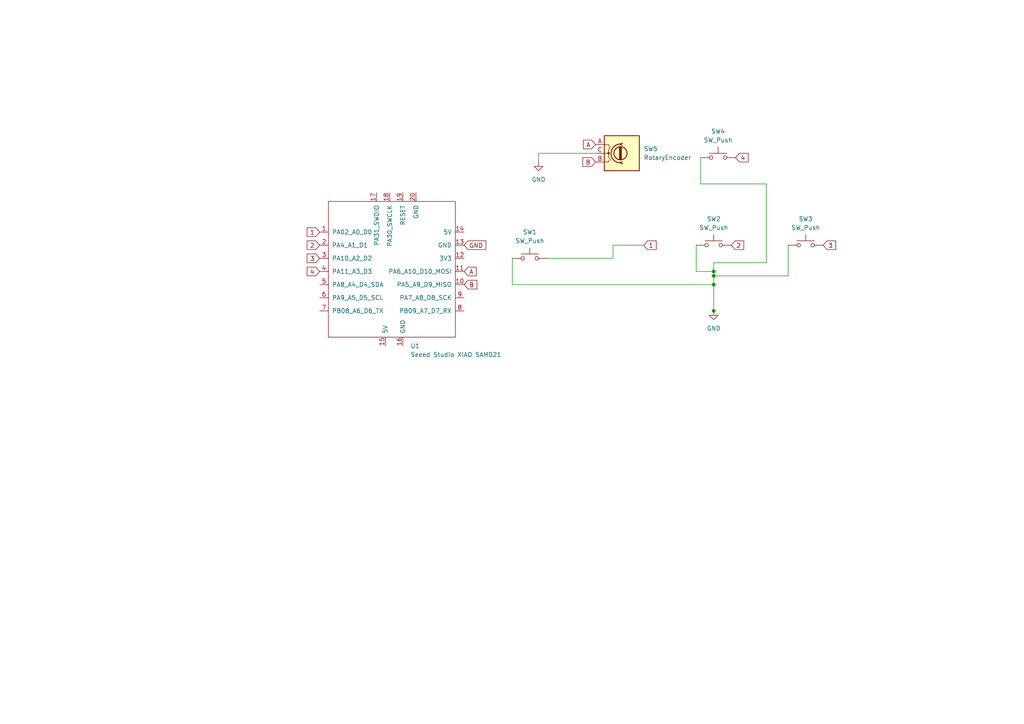
<source format=kicad_sch>
(kicad_sch (version 20231120) (generator "eeschema") (generator_version "8.0")
  (paper "A4")
  (lib_symbols
    (symbol "Device:RotaryEncoder" (pin_names (offset 0.254) hide)
      (property "Reference" "SW" (at 0 6.604 0))
      (property "Value" "RotaryEncoder" (at 0 -6.604 0))
      (symbol "RotaryEncoder_0_1"
        (rectangle (start -5.08 5.08) (end 5.08 -5.08) (stroke (width 0.254)) (fill (type background)))
        (circle (center -3.81 0) (radius 0.254) (fill (type outline)))
        (circle (center -0.381 0) (radius 1.905) (stroke (width 0.254)))
        (arc (start -0.381 2.667) (mid -3.0988 -0.0635) (end -0.381 -2.794) (stroke (width 0.254)))
        (polyline (pts (xy -0.635 -1.778) (xy -0.635 1.778)) (stroke (width 0.254)))
        (polyline (pts (xy -0.381 -1.778) (xy -0.381 1.778)) (stroke (width 0.254)))
        (polyline (pts (xy -0.127 1.778) (xy -0.127 -1.778)) (stroke (width 0.254)))
        (polyline (pts (xy -5.08 -2.54) (xy -3.81 -2.54) (xy -3.81 -2.032)))
        (polyline (pts (xy -5.08 2.54) (xy -3.81 2.54) (xy -3.81 2.032)))
        (polyline (pts (xy 0.254 -3.048) (xy -0.508 -2.794) (xy 0.127 -2.413)) (stroke (width 0.254)))
        (polyline (pts (xy 0.254 2.921) (xy -0.508 2.667) (xy 0.127 2.286)) (stroke (width 0.254)))
        (polyline (pts (xy -5.08 0) (xy -3.81 0) (xy -3.81 -1.016) (xy -3.302 -2.032)))
        (polyline (pts (xy -4.318 0) (xy -3.81 0) (xy -3.81 1.016) (xy -3.302 2.032)))
      )
      (symbol "RotaryEncoder_1_1"
        (pin passive line (at -7.62 2.54 0) (length 2.54) (name "A") (number "A"))
        (pin passive line (at -7.62 -2.54 0) (length 2.54) (name "B") (number "B"))
        (pin passive line (at -7.62 0 0) (length 2.54) (name "C") (number "C"))
      )
    )
    (symbol "Seeed_Studio_XIAO_Series:Seeed Studio XIAO SAMD21" (pin_names (offset 1.016))
      (property "Reference" "U" (at -19.05 22.86 0))
      (property "Value" "Seeed Studio XIAO SAMD21" (at -12.7 21.59 0))
      (symbol "Seeed Studio XIAO SAMD21_0_1"
        (rectangle (start -19.05 20.32) (end 17.78 -19.05))
      )
      (symbol "Seeed Studio XIAO SAMD21_1_1"
        (pin unspecified line (at -21.59 11.43 0) (length 2.54) (name "PA02_A0_D0") (number "1"))
        (pin unspecified line (at 20.32 -3.81 180) (length 2.54) (name "PA5_A9_D9_MISO") (number "10"))
        (pin unspecified line (at 20.32 0 180) (length 2.54) (name "PA6_A10_D10_MOSI") (number "11"))
        (pin unspecified line (at 20.32 3.81 180) (length 2.54) (name "3V3") (number "12"))
        (pin unspecified line (at 20.32 7.62 180) (length 2.54) (name "GND") (number "13"))
        (pin unspecified line (at 20.32 11.43 180) (length 2.54) (name "5V") (number "14"))
        (pin input line (at -2.54 -21.59 90) (length 2.54) (name "5V") (number "15"))
        (pin input line (at 2.54 -21.59 90) (length 2.54) (name "GND") (number "16"))
        (pin input line (at -5.08 22.86 270) (length 2.54) (name "PA31_SWDIO") (number "17"))
        (pin input line (at -1.27 22.86 270) (length 2.54) (name "PA30_SWCLK") (number "18"))
        (pin input line (at 2.54 22.86 270) (length 2.54) (name "RESET") (number "19"))
        (pin unspecified line (at -21.59 7.62 0) (length 2.54) (name "PA4_A1_D1") (number "2"))
        (pin input line (at 6.35 22.86 270) (length 2.54) (name "GND") (number "20"))
        (pin unspecified line (at -21.59 3.81 0) (length 2.54) (name "PA10_A2_D2") (number "3"))
        (pin unspecified line (at -21.59 0 0) (length 2.54) (name "PA11_A3_D3") (number "4"))
        (pin unspecified line (at -21.59 -3.81 0) (length 2.54) (name "PA8_A4_D4_SDA") (number "5"))
        (pin unspecified line (at -21.59 -7.62 0) (length 2.54) (name "PA9_A5_D5_SCL") (number "6"))
        (pin unspecified line (at -21.59 -11.43 0) (length 2.54) (name "PB08_A6_D6_TX") (number "7"))
        (pin unspecified line (at 20.32 -11.43 180) (length 2.54) (name "PB09_A7_D7_RX") (number "8"))
        (pin unspecified line (at 20.32 -7.62 180) (length 2.54) (name "PA7_A8_D8_SCK") (number "9"))
      )
    )
    (symbol "Switch:SW_Push" (pin_numbers hide) (pin_names (offset 1.016) hide)
      (property "Reference" "SW" (at 1.27 2.54 0))
      (property "Value" "SW_Push" (at 0 -1.524 0))
      (symbol "SW_Push_0_1"
        (circle (center -2.032 0) (radius 0.508))
        (polyline (pts (xy 0 1.27) (xy 0 3.048)))
        (polyline (pts (xy 2.54 1.27) (xy -2.54 1.27)))
        (circle (center 2.032 0) (radius 0.508))
        (pin passive line (at -5.08 0 0) (length 2.54) (name "1") (number "1"))
        (pin passive line (at 5.08 0 180) (length 2.54) (name "2") (number "2"))
      )
    )
    (symbol "power:GND" (power) (pin_numbers hide) (pin_names (offset 0) hide)
      (property "Value" "GND" (at 0 -3.81 0))
      (symbol "GND_0_1"
        (polyline (pts (xy 0 0) (xy 0 -1.27) (xy 1.27 -1.27) (xy 0 -2.54) (xy -1.27 -1.27) (xy 0 -1.27)))
      )
      (symbol "GND_1_1"
        (pin power_in line (at 0 0 270) (length 0) (name "~") (number "1"))
      )
    )
  )
  (junction (at 207.01 90.17))
  (junction (at 207.01 78.74))
  (junction (at 207.01 82.55))
  (junction (at 207.01 80.01))
  (wire (pts (xy 177.8 71.12) (xy 186.69 71.12)))
  (wire (pts (xy 177.8 74.93) (xy 177.8 71.12)))
  (wire (pts (xy 207.01 76.2) (xy 222.25 76.2)))
  (wire (pts (xy 228.6 80.01) (xy 228.6 71.12)))
  (wire (pts (xy 207.01 78.74) (xy 207.01 80.01)))
  (wire (pts (xy 207.01 82.55) (xy 148.59 82.55)))
  (wire (pts (xy 148.59 82.55) (xy 148.59 74.93)))
  (wire (pts (xy 222.25 76.2) (xy 222.25 53.34)))
  (wire (pts (xy 156.21 44.45) (xy 172.72 44.45)))
  (wire (pts (xy 207.01 78.74) (xy 201.93 78.74)))
  (wire (pts (xy 222.25 53.34) (xy 203.2 53.34)))
  (wire (pts (xy 207.01 80.01) (xy 228.6 80.01)))
  (wire (pts (xy 201.93 78.74) (xy 201.93 71.12)))
  (wire (pts (xy 207.01 82.55) (xy 207.01 90.17)))
  (wire (pts (xy 207.01 82.55) (xy 207.01 80.01)))
  (wire (pts (xy 158.75 74.93) (xy 177.8 74.93)))
  (wire (pts (xy 207.01 76.2) (xy 207.01 78.74)))
  (wire (pts (xy 207.01 90.17) (xy 207.01 91.44)))
  (wire (pts (xy 203.2 53.34) (xy 203.2 45.72)))
  (wire (pts (xy 156.21 46.99) (xy 156.21 44.45)))
  (global_label "B" (shape input) (at 172.72 46.99 180) (property "Intersheetrefs" "${INTERSHEET_REFS}" (effects (hide yes))))
  (global_label "1" (shape input) (at 92.71 67.31 180) (property "Intersheetrefs" "${INTERSHEET_REFS}" (effects (hide yes))))
  (global_label "GND" (shape input) (at 134.62 71.12 0) (property "Intersheetrefs" "${INTERSHEET_REFS}" (effects (hide yes))))
  (global_label "1" (shape input) (at 186.69 71.12 0) (property "Intersheetrefs" "${INTERSHEET_REFS}" (effects (hide yes))))
  (global_label "2" (shape input) (at 212.09 71.12 0) (property "Intersheetrefs" "${INTERSHEET_REFS}" (effects (hide yes))))
  (global_label "3" (shape input) (at 92.71 74.93 180) (property "Intersheetrefs" "${INTERSHEET_REFS}" (effects (hide yes))))
  (global_label "B" (shape input) (at 134.62 82.55 0) (property "Intersheetrefs" "${INTERSHEET_REFS}" (effects (hide yes))))
  (global_label "3" (shape input) (at 238.76 71.12 0) (property "Intersheetrefs" "${INTERSHEET_REFS}" (effects (hide yes))))
  (global_label "A" (shape input) (at 172.72 41.91 180) (property "Intersheetrefs" "${INTERSHEET_REFS}" (effects (hide yes))))
  (global_label "4" (shape input) (at 213.36 45.72 0) (property "Intersheetrefs" "${INTERSHEET_REFS}" (effects (hide yes))))
  (global_label "2" (shape input) (at 92.71 71.12 180) (property "Intersheetrefs" "${INTERSHEET_REFS}" (effects (hide yes))))
  (global_label "4" (shape input) (at 92.71 78.74 180) (property "Intersheetrefs" "${INTERSHEET_REFS}" (effects (hide yes))))
  (global_label "A" (shape input) (at 134.62 78.74 0) (property "Intersheetrefs" "${INTERSHEET_REFS}" (effects (hide yes))))
  (symbol (lib_id "Switch:SW_Push") (at 208.28 45.72 0) (unit 1)
    (property "Reference" "SW4" (at 208.28 38.1 0))
    (property "Value" "SW_Push" (at 208.28 40.64 0))
    (property "Footprint" "Button_Switch_Keyboard:SW_Cherry_MX_1.00u_PCB" (effects (hide yes)))
    (property "Description" "Push button switch, generic, two pins" (effects (hide yes)))
  )
  (symbol (lib_id "power:GND") (at 207.01 90.17 0) (unit 1)
    (property "Reference" "#PWR01" (effects (hide yes)))
    (property "Value" "GND" (at 207.01 95.25 0))
    (property "Description" "Power symbol creates a global label with name \"GND\" , ground" (effects (hide yes)))
  )
  (symbol (lib_id "Seeed_Studio_XIAO_Series:Seeed Studio XIAO SAMD21") (at 114.3 78.74 0) (unit 1)
    (property "Reference" "U1" (at 119.0341 100.33 0) (effects (justify left)))
    (property "Value" "Seeed Studio XIAO SAMD21" (at 119.0341 102.87 0) (effects (justify left)))
    (property "Footprint" "Seeed Studio XIAO Series Library:XIAO-Generic-Thruhole-14P-2.54-21X17.8MM" (effects (hide yes)))
  )
  (symbol (lib_id "Switch:SW_Push") (at 233.68 71.12 0) (unit 1)
    (property "Reference" "SW3" (at 233.68 63.5 0))
    (property "Value" "SW_Push" (at 233.68 66.04 0))
    (property "Footprint" "Button_Switch_Keyboard:SW_Cherry_MX_1.00u_PCB" (effects (hide yes)))
    (property "Description" "Push button switch, generic, two pins" (effects (hide yes)))
  )
  (symbol (lib_id "power:GND") (at 156.21 46.99 0) (unit 1)
    (property "Reference" "#PWR02" (effects (hide yes)))
    (property "Value" "GND" (at 156.21 52.07 0))
    (property "Description" "Power symbol creates a global label with name \"GND\" , ground" (effects (hide yes)))
  )
  (symbol (lib_id "Switch:SW_Push") (at 153.67 74.93 0) (unit 1)
    (property "Reference" "SW1" (at 153.67 67.31 0))
    (property "Value" "SW_Push" (at 153.67 69.85 0))
    (property "Footprint" "Button_Switch_Keyboard:SW_Cherry_MX_1.00u_PCB" (effects (hide yes)))
    (property "Description" "Push button switch, generic, two pins" (effects (hide yes)))
  )
  (symbol (lib_id "Switch:SW_Push") (at 207.01 71.12 0) (unit 1)
    (property "Reference" "SW2" (at 207.01 63.5 0))
    (property "Value" "SW_Push" (at 207.01 66.04 0))
    (property "Footprint" "Button_Switch_Keyboard:SW_Cherry_MX_1.00u_PCB" (effects (hide yes)))
    (property "Description" "Push button switch, generic, two pins" (effects (hide yes)))
  )
  (symbol (lib_id "Device:RotaryEncoder") (at 180.34 44.45 0) (unit 1)
    (property "Reference" "SW5" (at 186.69 43.1799 0) (effects (justify left)))
    (property "Value" "RotaryEncoder" (at 186.69 45.7199 0) (effects (justify left)))
    (property "Footprint" "Rotary_Encoder:RotaryEncoder_Alps_EC11E-Switch_Vertical_H20mm" (effects (hide yes)))
    (property "Description" "Rotary encoder, dual channel, incremental quadrate outputs" (effects (hide yes)))
  )
)
</source>
